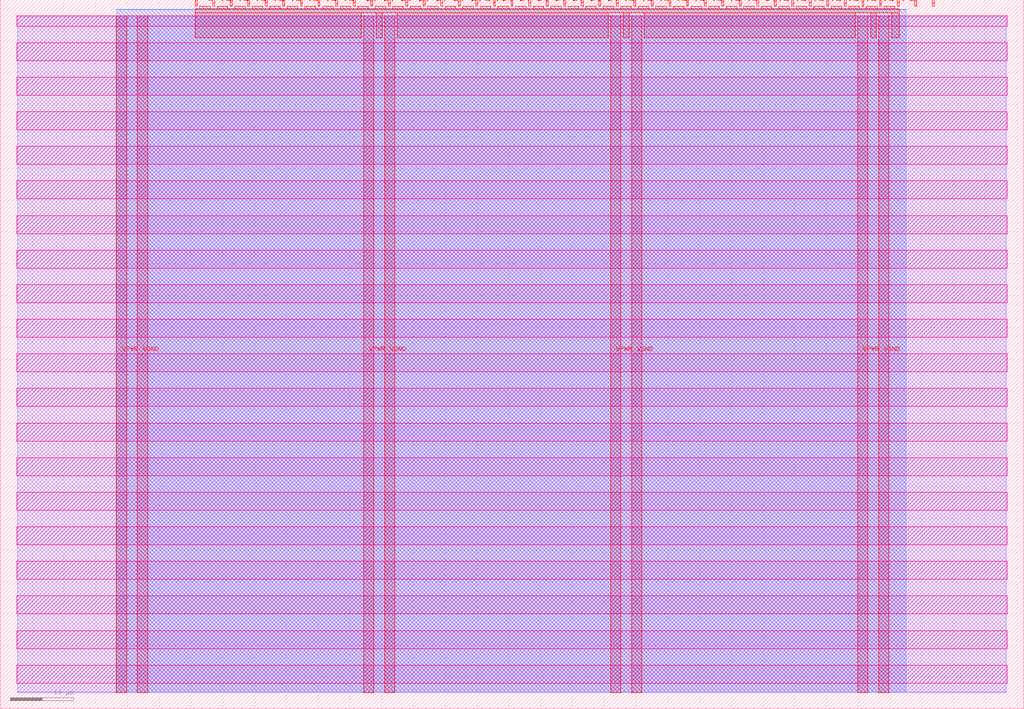
<source format=lef>
VERSION 5.7 ;
  NOWIREEXTENSIONATPIN ON ;
  DIVIDERCHAR "/" ;
  BUSBITCHARS "[]" ;
MACRO tt_um_emmyxu_obstacle_detection
  CLASS BLOCK ;
  FOREIGN tt_um_emmyxu_obstacle_detection ;
  ORIGIN 0.000 0.000 ;
  SIZE 161.000 BY 111.520 ;
  PIN VGND
    DIRECTION INOUT ;
    USE GROUND ;
    PORT
      LAYER met4 ;
        RECT 21.580 2.480 23.180 109.040 ;
    END
    PORT
      LAYER met4 ;
        RECT 60.450 2.480 62.050 109.040 ;
    END
    PORT
      LAYER met4 ;
        RECT 99.320 2.480 100.920 109.040 ;
    END
    PORT
      LAYER met4 ;
        RECT 138.190 2.480 139.790 109.040 ;
    END
  END VGND
  PIN VPWR
    DIRECTION INOUT ;
    USE POWER ;
    PORT
      LAYER met4 ;
        RECT 18.280 2.480 19.880 109.040 ;
    END
    PORT
      LAYER met4 ;
        RECT 57.150 2.480 58.750 109.040 ;
    END
    PORT
      LAYER met4 ;
        RECT 96.020 2.480 97.620 109.040 ;
    END
    PORT
      LAYER met4 ;
        RECT 134.890 2.480 136.490 109.040 ;
    END
  END VPWR
  PIN clk
    DIRECTION INPUT ;
    USE SIGNAL ;
    PORT
      LAYER met4 ;
        RECT 143.830 110.520 144.130 111.520 ;
    END
  END clk
  PIN ena
    DIRECTION INPUT ;
    USE SIGNAL ;
    PORT
      LAYER met4 ;
        RECT 146.590 110.520 146.890 111.520 ;
    END
  END ena
  PIN rst_n
    DIRECTION INPUT ;
    USE SIGNAL ;
    ANTENNAGATEAREA 0.196500 ;
    PORT
      LAYER met4 ;
        RECT 141.070 110.520 141.370 111.520 ;
    END
  END rst_n
  PIN ui_in[0]
    DIRECTION INPUT ;
    USE SIGNAL ;
    ANTENNAGATEAREA 0.196500 ;
    PORT
      LAYER met4 ;
        RECT 138.310 110.520 138.610 111.520 ;
    END
  END ui_in[0]
  PIN ui_in[1]
    DIRECTION INPUT ;
    USE SIGNAL ;
    ANTENNAGATEAREA 0.196500 ;
    PORT
      LAYER met4 ;
        RECT 135.550 110.520 135.850 111.520 ;
    END
  END ui_in[1]
  PIN ui_in[2]
    DIRECTION INPUT ;
    USE SIGNAL ;
    PORT
      LAYER met4 ;
        RECT 132.790 110.520 133.090 111.520 ;
    END
  END ui_in[2]
  PIN ui_in[3]
    DIRECTION INPUT ;
    USE SIGNAL ;
    PORT
      LAYER met4 ;
        RECT 130.030 110.520 130.330 111.520 ;
    END
  END ui_in[3]
  PIN ui_in[4]
    DIRECTION INPUT ;
    USE SIGNAL ;
    PORT
      LAYER met4 ;
        RECT 127.270 110.520 127.570 111.520 ;
    END
  END ui_in[4]
  PIN ui_in[5]
    DIRECTION INPUT ;
    USE SIGNAL ;
    PORT
      LAYER met4 ;
        RECT 124.510 110.520 124.810 111.520 ;
    END
  END ui_in[5]
  PIN ui_in[6]
    DIRECTION INPUT ;
    USE SIGNAL ;
    PORT
      LAYER met4 ;
        RECT 121.750 110.520 122.050 111.520 ;
    END
  END ui_in[6]
  PIN ui_in[7]
    DIRECTION INPUT ;
    USE SIGNAL ;
    PORT
      LAYER met4 ;
        RECT 118.990 110.520 119.290 111.520 ;
    END
  END ui_in[7]
  PIN uio_in[0]
    DIRECTION INPUT ;
    USE SIGNAL ;
    PORT
      LAYER met4 ;
        RECT 116.230 110.520 116.530 111.520 ;
    END
  END uio_in[0]
  PIN uio_in[1]
    DIRECTION INPUT ;
    USE SIGNAL ;
    PORT
      LAYER met4 ;
        RECT 113.470 110.520 113.770 111.520 ;
    END
  END uio_in[1]
  PIN uio_in[2]
    DIRECTION INPUT ;
    USE SIGNAL ;
    PORT
      LAYER met4 ;
        RECT 110.710 110.520 111.010 111.520 ;
    END
  END uio_in[2]
  PIN uio_in[3]
    DIRECTION INPUT ;
    USE SIGNAL ;
    PORT
      LAYER met4 ;
        RECT 107.950 110.520 108.250 111.520 ;
    END
  END uio_in[3]
  PIN uio_in[4]
    DIRECTION INPUT ;
    USE SIGNAL ;
    PORT
      LAYER met4 ;
        RECT 105.190 110.520 105.490 111.520 ;
    END
  END uio_in[4]
  PIN uio_in[5]
    DIRECTION INPUT ;
    USE SIGNAL ;
    PORT
      LAYER met4 ;
        RECT 102.430 110.520 102.730 111.520 ;
    END
  END uio_in[5]
  PIN uio_in[6]
    DIRECTION INPUT ;
    USE SIGNAL ;
    PORT
      LAYER met4 ;
        RECT 99.670 110.520 99.970 111.520 ;
    END
  END uio_in[6]
  PIN uio_in[7]
    DIRECTION INPUT ;
    USE SIGNAL ;
    PORT
      LAYER met4 ;
        RECT 96.910 110.520 97.210 111.520 ;
    END
  END uio_in[7]
  PIN uio_oe[0]
    DIRECTION OUTPUT ;
    USE SIGNAL ;
    ANTENNADIFFAREA 0.445500 ;
    PORT
      LAYER met4 ;
        RECT 49.990 110.520 50.290 111.520 ;
    END
  END uio_oe[0]
  PIN uio_oe[1]
    DIRECTION OUTPUT ;
    USE SIGNAL ;
    ANTENNADIFFAREA 0.445500 ;
    PORT
      LAYER met4 ;
        RECT 47.230 110.520 47.530 111.520 ;
    END
  END uio_oe[1]
  PIN uio_oe[2]
    DIRECTION OUTPUT ;
    USE SIGNAL ;
    ANTENNADIFFAREA 0.445500 ;
    PORT
      LAYER met4 ;
        RECT 44.470 110.520 44.770 111.520 ;
    END
  END uio_oe[2]
  PIN uio_oe[3]
    DIRECTION OUTPUT ;
    USE SIGNAL ;
    ANTENNADIFFAREA 0.445500 ;
    PORT
      LAYER met4 ;
        RECT 41.710 110.520 42.010 111.520 ;
    END
  END uio_oe[3]
  PIN uio_oe[4]
    DIRECTION OUTPUT ;
    USE SIGNAL ;
    ANTENNADIFFAREA 0.445500 ;
    PORT
      LAYER met4 ;
        RECT 38.950 110.520 39.250 111.520 ;
    END
  END uio_oe[4]
  PIN uio_oe[5]
    DIRECTION OUTPUT ;
    USE SIGNAL ;
    ANTENNADIFFAREA 0.445500 ;
    PORT
      LAYER met4 ;
        RECT 36.190 110.520 36.490 111.520 ;
    END
  END uio_oe[5]
  PIN uio_oe[6]
    DIRECTION OUTPUT ;
    USE SIGNAL ;
    ANTENNADIFFAREA 0.445500 ;
    PORT
      LAYER met4 ;
        RECT 33.430 110.520 33.730 111.520 ;
    END
  END uio_oe[6]
  PIN uio_oe[7]
    DIRECTION OUTPUT ;
    USE SIGNAL ;
    ANTENNADIFFAREA 0.445500 ;
    PORT
      LAYER met4 ;
        RECT 30.670 110.520 30.970 111.520 ;
    END
  END uio_oe[7]
  PIN uio_out[0]
    DIRECTION OUTPUT ;
    USE SIGNAL ;
    ANTENNADIFFAREA 0.445500 ;
    PORT
      LAYER met4 ;
        RECT 72.070 110.520 72.370 111.520 ;
    END
  END uio_out[0]
  PIN uio_out[1]
    DIRECTION OUTPUT ;
    USE SIGNAL ;
    ANTENNADIFFAREA 0.445500 ;
    PORT
      LAYER met4 ;
        RECT 69.310 110.520 69.610 111.520 ;
    END
  END uio_out[1]
  PIN uio_out[2]
    DIRECTION OUTPUT ;
    USE SIGNAL ;
    ANTENNADIFFAREA 0.445500 ;
    PORT
      LAYER met4 ;
        RECT 66.550 110.520 66.850 111.520 ;
    END
  END uio_out[2]
  PIN uio_out[3]
    DIRECTION OUTPUT ;
    USE SIGNAL ;
    ANTENNADIFFAREA 0.445500 ;
    PORT
      LAYER met4 ;
        RECT 63.790 110.520 64.090 111.520 ;
    END
  END uio_out[3]
  PIN uio_out[4]
    DIRECTION OUTPUT ;
    USE SIGNAL ;
    ANTENNADIFFAREA 0.445500 ;
    PORT
      LAYER met4 ;
        RECT 61.030 110.520 61.330 111.520 ;
    END
  END uio_out[4]
  PIN uio_out[5]
    DIRECTION OUTPUT ;
    USE SIGNAL ;
    ANTENNADIFFAREA 0.445500 ;
    PORT
      LAYER met4 ;
        RECT 58.270 110.520 58.570 111.520 ;
    END
  END uio_out[5]
  PIN uio_out[6]
    DIRECTION OUTPUT ;
    USE SIGNAL ;
    ANTENNADIFFAREA 0.445500 ;
    PORT
      LAYER met4 ;
        RECT 55.510 110.520 55.810 111.520 ;
    END
  END uio_out[6]
  PIN uio_out[7]
    DIRECTION OUTPUT ;
    USE SIGNAL ;
    ANTENNADIFFAREA 0.445500 ;
    PORT
      LAYER met4 ;
        RECT 52.750 110.520 53.050 111.520 ;
    END
  END uio_out[7]
  PIN uo_out[0]
    DIRECTION OUTPUT ;
    USE SIGNAL ;
    ANTENNADIFFAREA 0.445500 ;
    PORT
      LAYER met4 ;
        RECT 94.150 110.520 94.450 111.520 ;
    END
  END uo_out[0]
  PIN uo_out[1]
    DIRECTION OUTPUT ;
    USE SIGNAL ;
    ANTENNADIFFAREA 0.934000 ;
    PORT
      LAYER met4 ;
        RECT 91.390 110.520 91.690 111.520 ;
    END
  END uo_out[1]
  PIN uo_out[2]
    DIRECTION OUTPUT ;
    USE SIGNAL ;
    ANTENNAGATEAREA 0.159000 ;
    ANTENNADIFFAREA 0.924000 ;
    PORT
      LAYER met4 ;
        RECT 88.630 110.520 88.930 111.520 ;
    END
  END uo_out[2]
  PIN uo_out[3]
    DIRECTION OUTPUT ;
    USE SIGNAL ;
    ANTENNADIFFAREA 0.934000 ;
    PORT
      LAYER met4 ;
        RECT 85.870 110.520 86.170 111.520 ;
    END
  END uo_out[3]
  PIN uo_out[4]
    DIRECTION OUTPUT ;
    USE SIGNAL ;
    ANTENNADIFFAREA 0.445500 ;
    PORT
      LAYER met4 ;
        RECT 83.110 110.520 83.410 111.520 ;
    END
  END uo_out[4]
  PIN uo_out[5]
    DIRECTION OUTPUT ;
    USE SIGNAL ;
    ANTENNADIFFAREA 0.445500 ;
    PORT
      LAYER met4 ;
        RECT 80.350 110.520 80.650 111.520 ;
    END
  END uo_out[5]
  PIN uo_out[6]
    DIRECTION OUTPUT ;
    USE SIGNAL ;
    ANTENNADIFFAREA 0.445500 ;
    PORT
      LAYER met4 ;
        RECT 77.590 110.520 77.890 111.520 ;
    END
  END uo_out[6]
  PIN uo_out[7]
    DIRECTION OUTPUT ;
    USE SIGNAL ;
    ANTENNADIFFAREA 0.445500 ;
    PORT
      LAYER met4 ;
        RECT 74.830 110.520 75.130 111.520 ;
    END
  END uo_out[7]
  OBS
      LAYER nwell ;
        RECT 2.570 107.385 158.430 108.990 ;
        RECT 2.570 101.945 158.430 104.775 ;
        RECT 2.570 96.505 158.430 99.335 ;
        RECT 2.570 91.065 158.430 93.895 ;
        RECT 2.570 85.625 158.430 88.455 ;
        RECT 2.570 80.185 158.430 83.015 ;
        RECT 2.570 74.745 158.430 77.575 ;
        RECT 2.570 69.305 158.430 72.135 ;
        RECT 2.570 63.865 158.430 66.695 ;
        RECT 2.570 58.425 158.430 61.255 ;
        RECT 2.570 52.985 158.430 55.815 ;
        RECT 2.570 47.545 158.430 50.375 ;
        RECT 2.570 42.105 158.430 44.935 ;
        RECT 2.570 36.665 158.430 39.495 ;
        RECT 2.570 31.225 158.430 34.055 ;
        RECT 2.570 25.785 158.430 28.615 ;
        RECT 2.570 20.345 158.430 23.175 ;
        RECT 2.570 14.905 158.430 17.735 ;
        RECT 2.570 9.465 158.430 12.295 ;
        RECT 2.570 4.025 158.430 6.855 ;
      LAYER li1 ;
        RECT 2.760 2.635 158.240 108.885 ;
      LAYER met1 ;
        RECT 2.760 2.480 158.240 109.040 ;
      LAYER met2 ;
        RECT 18.310 2.535 142.510 110.005 ;
      LAYER met3 ;
        RECT 18.290 2.555 142.535 109.985 ;
      LAYER met4 ;
        RECT 31.370 110.120 33.030 110.520 ;
        RECT 34.130 110.120 35.790 110.520 ;
        RECT 36.890 110.120 38.550 110.520 ;
        RECT 39.650 110.120 41.310 110.520 ;
        RECT 42.410 110.120 44.070 110.520 ;
        RECT 45.170 110.120 46.830 110.520 ;
        RECT 47.930 110.120 49.590 110.520 ;
        RECT 50.690 110.120 52.350 110.520 ;
        RECT 53.450 110.120 55.110 110.520 ;
        RECT 56.210 110.120 57.870 110.520 ;
        RECT 58.970 110.120 60.630 110.520 ;
        RECT 61.730 110.120 63.390 110.520 ;
        RECT 64.490 110.120 66.150 110.520 ;
        RECT 67.250 110.120 68.910 110.520 ;
        RECT 70.010 110.120 71.670 110.520 ;
        RECT 72.770 110.120 74.430 110.520 ;
        RECT 75.530 110.120 77.190 110.520 ;
        RECT 78.290 110.120 79.950 110.520 ;
        RECT 81.050 110.120 82.710 110.520 ;
        RECT 83.810 110.120 85.470 110.520 ;
        RECT 86.570 110.120 88.230 110.520 ;
        RECT 89.330 110.120 90.990 110.520 ;
        RECT 92.090 110.120 93.750 110.520 ;
        RECT 94.850 110.120 96.510 110.520 ;
        RECT 97.610 110.120 99.270 110.520 ;
        RECT 100.370 110.120 102.030 110.520 ;
        RECT 103.130 110.120 104.790 110.520 ;
        RECT 105.890 110.120 107.550 110.520 ;
        RECT 108.650 110.120 110.310 110.520 ;
        RECT 111.410 110.120 113.070 110.520 ;
        RECT 114.170 110.120 115.830 110.520 ;
        RECT 116.930 110.120 118.590 110.520 ;
        RECT 119.690 110.120 121.350 110.520 ;
        RECT 122.450 110.120 124.110 110.520 ;
        RECT 125.210 110.120 126.870 110.520 ;
        RECT 127.970 110.120 129.630 110.520 ;
        RECT 130.730 110.120 132.390 110.520 ;
        RECT 133.490 110.120 135.150 110.520 ;
        RECT 136.250 110.120 137.910 110.520 ;
        RECT 139.010 110.120 140.670 110.520 ;
        RECT 30.655 109.440 141.385 110.120 ;
        RECT 30.655 105.575 56.750 109.440 ;
        RECT 59.150 105.575 60.050 109.440 ;
        RECT 62.450 105.575 95.620 109.440 ;
        RECT 98.020 105.575 98.920 109.440 ;
        RECT 101.320 105.575 134.490 109.440 ;
        RECT 136.890 105.575 137.790 109.440 ;
        RECT 140.190 105.575 141.385 109.440 ;
  END
END tt_um_emmyxu_obstacle_detection
END LIBRARY


</source>
